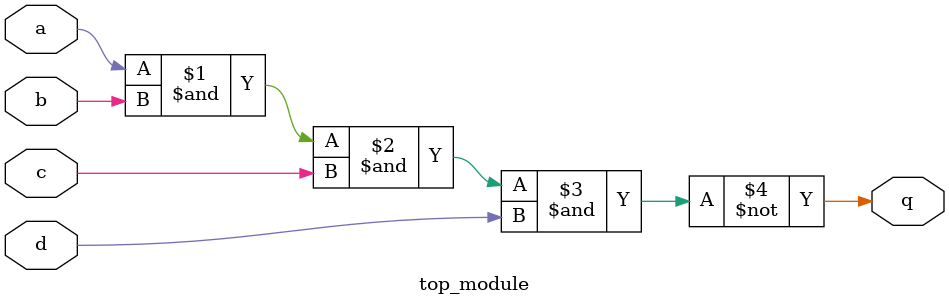
<source format=sv>
module top_module (
	input a, 
	input b, 
	input c, 
	input d,
	output q
);
	assign q = ~(a & b & c & d);
endmodule

</source>
